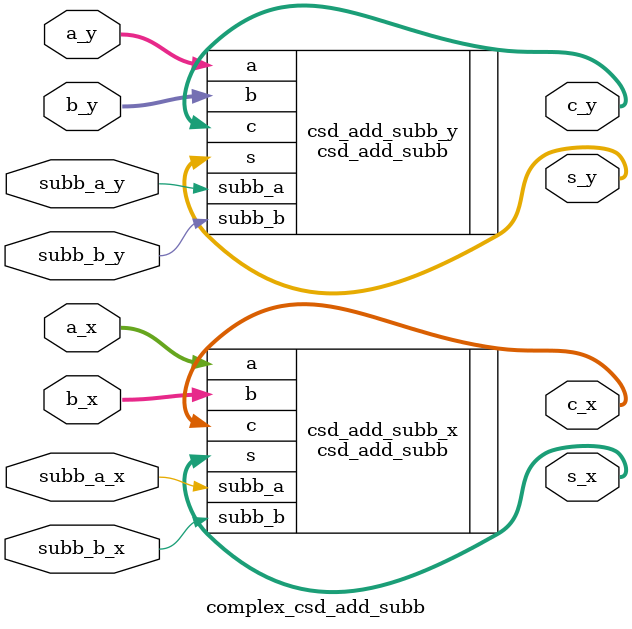
<source format=v>

module complex_csd_add_subb #(
    // ----------------------------------
    // Parameters
    // ----------------------------------
    parameter W      = 64
  ) (
    // ----------------------------------
    // Data inputs
    // ----------------------------------
    input   wire              subb_a_x,
    input   wire              subb_a_y,
    input   wire              subb_b_x,
    input   wire              subb_b_y,
    input   wire  [2*W-1:0]   a_x,
    input   wire  [2*W-1:0]   a_y,
    input   wire  [2*W-1:0]   b_x,
    input   wire  [2*W-1:0]   b_y,
    // ----------------------------------
    // Data outputs
    // ----------------------------------
    output  reg   [1:0]       c_x,
    output  reg   [1:0]       c_y,
    output  reg   [2*W-1:0]   s_x,
    output  reg   [2*W-1:0]   s_y
  );
// *****************************************************************************

// *****************************************************************************
// Architecture
// *****************************************************************************
// This architecture uses two csd_add_subb blocks to implement the complex adder.
// *****************************************************************************

   // -----------------------------------------------------
   // Internal signals
   // -----------------------------------------------------
   // -----------------------------------------------------

   // -----------------------------------------------------
   // Combinational logic
   // -----------------------------------------------------

   // -----------------------------------------------------
   // X Adder/subb
   // -----------------------------------------------------
   csd_add_subb #(
    // ----------------------------------
    // Parameters
    // ----------------------------------
      .W                   (W)
   ) csd_add_subb_x (
    // ----------------------------------
    // Data inputs
    // ----------------------------------
      .subb_a              (subb_a_x),
      .subb_b              (subb_b_x),
      .a                   (a_x),
      .b                   (b_x),
    // ----------------------------------
    // Data outputs
    // ----------------------------------
      .c                   (c_x),
      .s                   (s_x)
   );
   // -----------------------------------------------------

   // -----------------------------------------------------
   // Y Adder/subb
   // -----------------------------------------------------
   csd_add_subb #(
    // ----------------------------------
    // Parameters
    // ----------------------------------
      .W                   (W)
   ) csd_add_subb_y (
    // ----------------------------------
    // Data inputs
    // ----------------------------------
      .subb_a              (subb_a_y),
      .subb_b              (subb_b_y),
      .a                   (a_y),
      .b                   (b_y),
    // ----------------------------------
    // Data outputs
    // ----------------------------------
      .c                   (c_y),
      .s                   (s_y)
   );
   // -----------------------------------------------------

   // -----------------------------------------------------

// *****************************************************************************

// *****************************************************************************
// Assertions and debugging
// *****************************************************************************
`ifdef RTL_DEBUG

   //XXXXX TO FILL IN HERE XXXXX

`endif
// *****************************************************************************

endmodule


</source>
